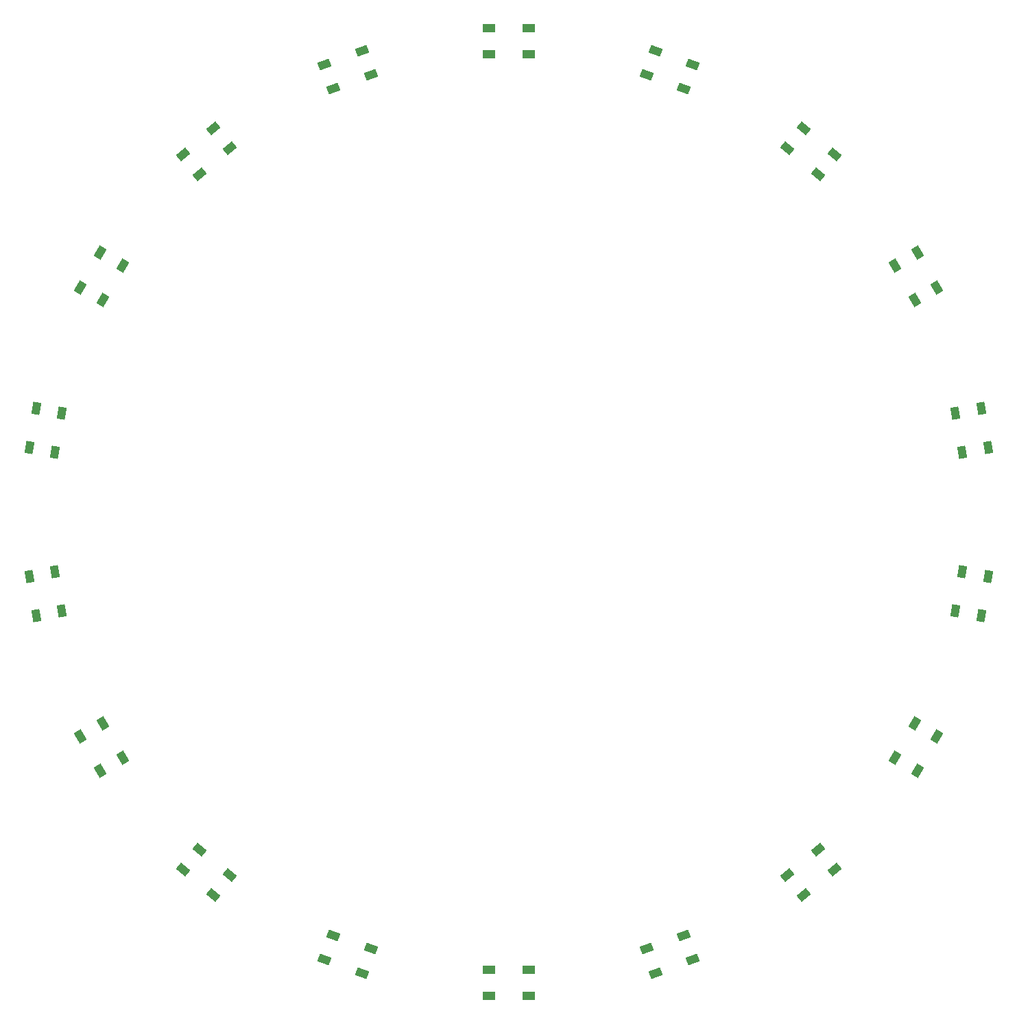
<source format=gbr>
G04*
G04 #@! TF.GenerationSoftware,Altium Limited,Altium Designer,24.5.2 (23)*
G04*
G04 Layer_Color=8421504*
%FSLAX44Y44*%
%MOMM*%
G71*
G04*
G04 #@! TF.SameCoordinates,EC07AE21-C10E-4B47-8BBD-F1AFCD56138C*
G04*
G04*
G04 #@! TF.FilePolarity,Positive*
G04*
G01*
G75*
G04:AMPARAMS|DCode=14|XSize=1mm|YSize=1.5mm|CornerRadius=0mm|HoleSize=0mm|Usage=FLASHONLY|Rotation=110.000|XOffset=0mm|YOffset=0mm|HoleType=Round|Shape=Rectangle|*
%AMROTATEDRECTD14*
4,1,4,0.8758,-0.2133,-0.5338,-0.7264,-0.8758,0.2133,0.5338,0.7264,0.8758,-0.2133,0.0*
%
%ADD14ROTATEDRECTD14*%

%ADD15R,1.5000X1.0000*%
G04:AMPARAMS|DCode=16|XSize=1mm|YSize=1.5mm|CornerRadius=0mm|HoleSize=0mm|Usage=FLASHONLY|Rotation=70.000|XOffset=0mm|YOffset=0mm|HoleType=Round|Shape=Rectangle|*
%AMROTATEDRECTD16*
4,1,4,0.5338,-0.7264,-0.8758,-0.2133,-0.5338,0.7264,0.8758,0.2133,0.5338,-0.7264,0.0*
%
%ADD16ROTATEDRECTD16*%

G04:AMPARAMS|DCode=17|XSize=1mm|YSize=1.5mm|CornerRadius=0mm|HoleSize=0mm|Usage=FLASHONLY|Rotation=130.000|XOffset=0mm|YOffset=0mm|HoleType=Round|Shape=Rectangle|*
%AMROTATEDRECTD17*
4,1,4,0.8959,0.0991,-0.2531,-0.8651,-0.8959,-0.0991,0.2531,0.8651,0.8959,0.0991,0.0*
%
%ADD17ROTATEDRECTD17*%

G04:AMPARAMS|DCode=18|XSize=1mm|YSize=1.5mm|CornerRadius=0mm|HoleSize=0mm|Usage=FLASHONLY|Rotation=150.000|XOffset=0mm|YOffset=0mm|HoleType=Round|Shape=Rectangle|*
%AMROTATEDRECTD18*
4,1,4,0.8080,0.3995,0.0580,-0.8995,-0.8080,-0.3995,-0.0580,0.8995,0.8080,0.3995,0.0*
%
%ADD18ROTATEDRECTD18*%

G04:AMPARAMS|DCode=19|XSize=1mm|YSize=1.5mm|CornerRadius=0mm|HoleSize=0mm|Usage=FLASHONLY|Rotation=170.000|XOffset=0mm|YOffset=0mm|HoleType=Round|Shape=Rectangle|*
%AMROTATEDRECTD19*
4,1,4,0.6226,0.6518,0.3622,-0.8254,-0.6226,-0.6518,-0.3622,0.8254,0.6226,0.6518,0.0*
%
%ADD19ROTATEDRECTD19*%

G04:AMPARAMS|DCode=20|XSize=1mm|YSize=1.5mm|CornerRadius=0mm|HoleSize=0mm|Usage=FLASHONLY|Rotation=190.000|XOffset=0mm|YOffset=0mm|HoleType=Round|Shape=Rectangle|*
%AMROTATEDRECTD20*
4,1,4,0.3622,0.8254,0.6226,-0.6518,-0.3622,-0.8254,-0.6226,0.6518,0.3622,0.8254,0.0*
%
%ADD20ROTATEDRECTD20*%

G04:AMPARAMS|DCode=21|XSize=1mm|YSize=1.5mm|CornerRadius=0mm|HoleSize=0mm|Usage=FLASHONLY|Rotation=210.000|XOffset=0mm|YOffset=0mm|HoleType=Round|Shape=Rectangle|*
%AMROTATEDRECTD21*
4,1,4,0.0580,0.8995,0.8080,-0.3995,-0.0580,-0.8995,-0.8080,0.3995,0.0580,0.8995,0.0*
%
%ADD21ROTATEDRECTD21*%

G04:AMPARAMS|DCode=22|XSize=1mm|YSize=1.5mm|CornerRadius=0mm|HoleSize=0mm|Usage=FLASHONLY|Rotation=230.000|XOffset=0mm|YOffset=0mm|HoleType=Round|Shape=Rectangle|*
%AMROTATEDRECTD22*
4,1,4,-0.2531,0.8651,0.8959,-0.0991,0.2531,-0.8651,-0.8959,0.0991,-0.2531,0.8651,0.0*
%
%ADD22ROTATEDRECTD22*%

D14*
X1327085Y547721D02*
D03*
X1281040Y530962D02*
D03*
X1316141Y577791D02*
D03*
X1270096Y561032D02*
D03*
X872915Y1652279D02*
D03*
X918960Y1669038D02*
D03*
X883859Y1622209D02*
D03*
X929904Y1638968D02*
D03*
D15*
X1124500Y503360D02*
D03*
X1075500D02*
D03*
X1124500Y535360D02*
D03*
X1075500D02*
D03*
Y1696640D02*
D03*
X1124500D02*
D03*
X1075500Y1664640D02*
D03*
X1124500D02*
D03*
D16*
X918960Y530962D02*
D03*
X872915Y547721D02*
D03*
X929904Y561032D02*
D03*
X883859Y577791D02*
D03*
X1281040Y1669038D02*
D03*
X1327085Y1652279D02*
D03*
X1270096Y1638968D02*
D03*
X1316141Y1622209D02*
D03*
D17*
X1502281Y658696D02*
D03*
X1464745Y627199D02*
D03*
X1481712Y683209D02*
D03*
X1444176Y651712D02*
D03*
X697719Y1541304D02*
D03*
X735255Y1572801D02*
D03*
X718288Y1516791D02*
D03*
X755825Y1548288D02*
D03*
D18*
X1628955Y822898D02*
D03*
X1604455Y780462D02*
D03*
X1601243Y838898D02*
D03*
X1576743Y796462D02*
D03*
X571045Y1377102D02*
D03*
X595545Y1419538D02*
D03*
X598757Y1361102D02*
D03*
X623257Y1403538D02*
D03*
D19*
X1691830Y1020522D02*
D03*
X1683321Y972267D02*
D03*
X1660316Y1026079D02*
D03*
X1651807Y977823D02*
D03*
X508170Y1179478D02*
D03*
X516679Y1227733D02*
D03*
X539684Y1173921D02*
D03*
X548192Y1222177D02*
D03*
D20*
X1683321Y1227733D02*
D03*
X1691830Y1179478D02*
D03*
X1651808Y1222177D02*
D03*
X1660316Y1173921D02*
D03*
X516679Y972267D02*
D03*
X508170Y1020522D02*
D03*
X548193Y977823D02*
D03*
X539684Y1026079D02*
D03*
D21*
X1604455Y1419538D02*
D03*
X1628955Y1377102D02*
D03*
X1576743Y1403538D02*
D03*
X1601243Y1361102D02*
D03*
X595545Y780462D02*
D03*
X571045Y822898D02*
D03*
X623257Y796462D02*
D03*
X598757Y838898D02*
D03*
D22*
X1464745Y1572801D02*
D03*
X1502281Y1541304D02*
D03*
X1444176Y1548288D02*
D03*
X1481712Y1516791D02*
D03*
X735255Y627199D02*
D03*
X697719Y658696D02*
D03*
X755825Y651712D02*
D03*
X718288Y683209D02*
D03*
M02*

</source>
